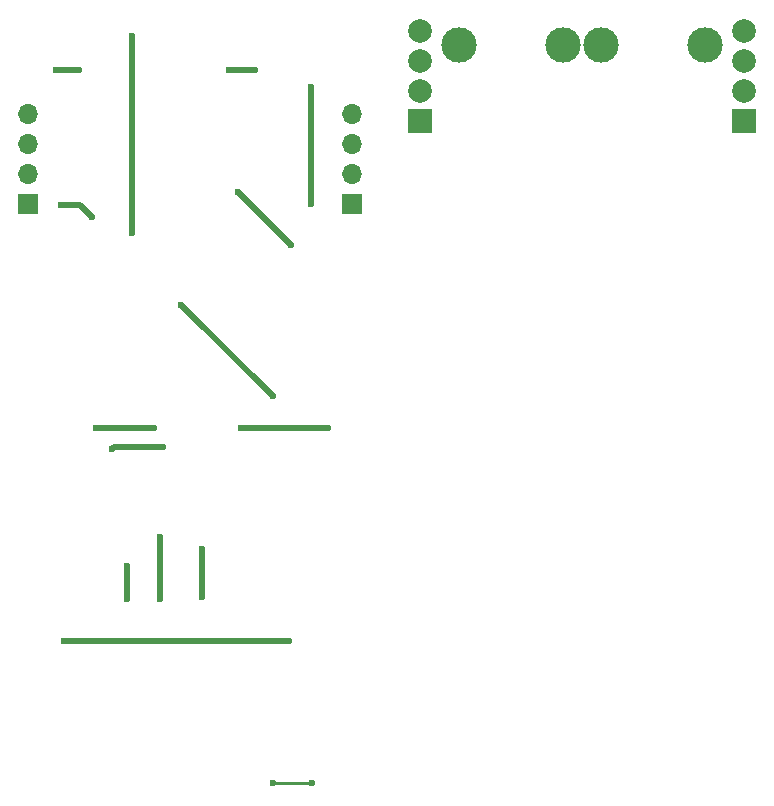
<source format=gbr>
G04 #@! TF.FileFunction,Copper,L1,Top,Signal*
%FSLAX46Y46*%
G04 Gerber Fmt 4.6, Leading zero omitted, Abs format (unit mm)*
G04 Created by KiCad (PCBNEW 4.0.6) date 12/28/17 16:04:21*
%MOMM*%
%LPD*%
G01*
G04 APERTURE LIST*
%ADD10C,0.100000*%
%ADD11C,3.000000*%
%ADD12R,2.000000X2.000000*%
%ADD13C,2.000000*%
%ADD14R,1.700000X1.700000*%
%ADD15O,1.700000X1.700000*%
%ADD16C,0.600000*%
%ADD17C,0.500000*%
%ADD18C,0.250000*%
G04 APERTURE END LIST*
D10*
D11*
X125573700Y-79893400D03*
X134373700Y-79893400D03*
X137638700Y-79893400D03*
X146438700Y-79893400D03*
D12*
X122313700Y-86258400D03*
D13*
X122313700Y-83718400D03*
X122313700Y-81178400D03*
X122313700Y-78638400D03*
D12*
X149745700Y-86258400D03*
D13*
X149745700Y-83718400D03*
X149745700Y-81178400D03*
X149745700Y-78638400D03*
D14*
X89154000Y-93345000D03*
D15*
X89154000Y-90805000D03*
X89154000Y-88265000D03*
X89154000Y-85725000D03*
D14*
X116586000Y-93345000D03*
D15*
X116586000Y-90805000D03*
X116586000Y-88265000D03*
X116586000Y-85725000D03*
D16*
X111404400Y-96824800D03*
X106908600Y-92329000D03*
X113157000Y-142367000D03*
X109855000Y-142367000D03*
X97917000Y-79121000D03*
X97917000Y-95758000D03*
X92202000Y-130302000D03*
X111252000Y-130302000D03*
X99822000Y-112268000D03*
X94869000Y-112268000D03*
X114554000Y-112268000D03*
X107188000Y-112268000D03*
X113093500Y-93345000D03*
X113093500Y-83439000D03*
X97536000Y-123952000D03*
X97536000Y-126746000D03*
X96266000Y-114046000D03*
X100584000Y-113919000D03*
X100330000Y-126746000D03*
X100330000Y-121539000D03*
X103886000Y-122555000D03*
X103886000Y-126619000D03*
X109855000Y-109601000D03*
X102108000Y-101854000D03*
X106095800Y-81940400D03*
X108305600Y-81940400D03*
X93446600Y-81940400D03*
X91516200Y-81940400D03*
X91871800Y-93370400D03*
X94538800Y-94411800D03*
D17*
X106908600Y-92329000D02*
X111404400Y-96824800D01*
D18*
X109855000Y-142367000D02*
X113157000Y-142367000D01*
D17*
X97917000Y-79121000D02*
X97917000Y-95758000D01*
X111252000Y-130302000D02*
X92202000Y-130302000D01*
X94869000Y-112268000D02*
X99822000Y-112268000D01*
X114554000Y-112268000D02*
X107188000Y-112268000D01*
X113093500Y-83439000D02*
X113093500Y-93345000D01*
X97536000Y-126746000D02*
X97536000Y-123952000D01*
X96266000Y-114046000D02*
X96393000Y-113919000D01*
X96393000Y-113919000D02*
X100584000Y-113919000D01*
X100330000Y-126746000D02*
X100330000Y-121539000D01*
X103886000Y-126619000D02*
X103886000Y-122555000D01*
X109855000Y-109601000D02*
X102108000Y-101854000D01*
X106095800Y-81940400D02*
X108305600Y-81940400D01*
X91516200Y-81940400D02*
X93446600Y-81940400D01*
X93497400Y-93370400D02*
X91871800Y-93370400D01*
X94538800Y-94411800D02*
X93497400Y-93370400D01*
M02*

</source>
